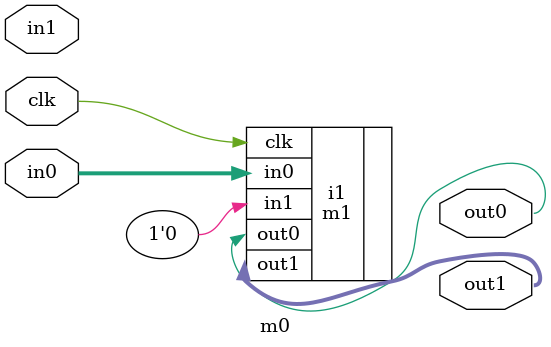
<source format=v>
module m0(
clk,
in0,
in1,
out0,
out1
);

input clk;
input [7:0] in0;
input [1:0] in1;
output out0;
output [7:0] out1;

m1 #(1) i1 (.clk(clk), .in0(in0[7:0]),.in1(1'h0), .out0(out0),.out1(out1));
endmodule

</source>
